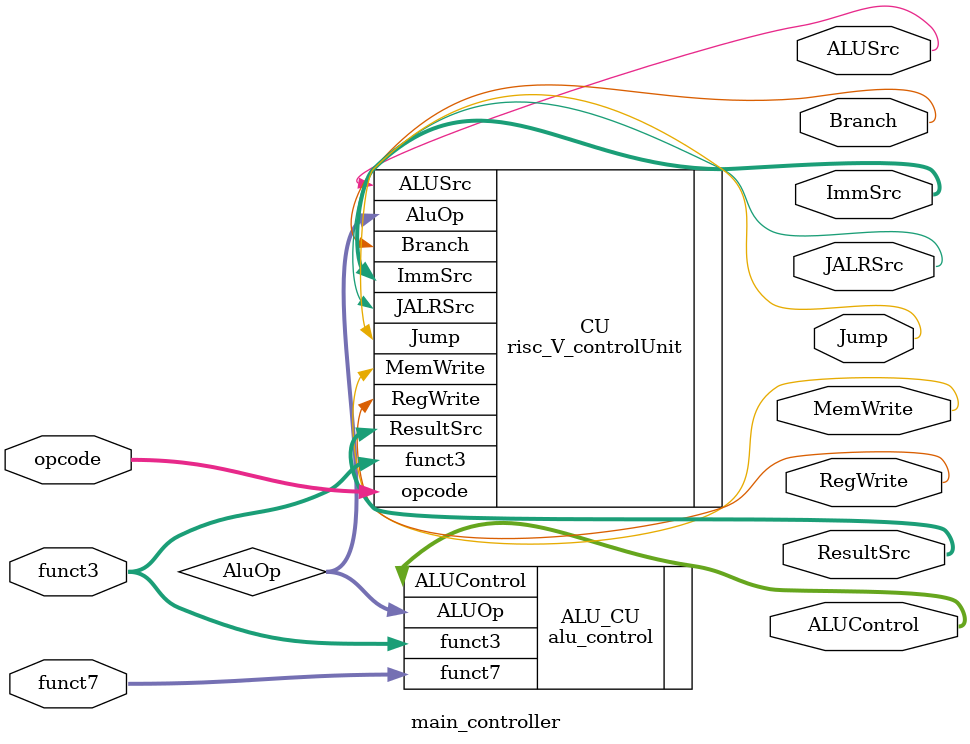
<source format=v>
`timescale 1ns/1ns

module main_controller(
    input wire [6:0] opcode,
    input wire [2:0] funct3,
    input wire [6:0] funct7,
    output wire Jump,
    output wire Branch,
    output wire JALRSrc,
    output wire [1:0] ResultSrc,
    output wire MemWrite,
    output wire [2:0] ALUControl,
    output wire ALUSrc,
    output wire [2:0] ImmSrc,
    output wire RegWrite
);

    wire [1:0] AluOp;

    risc_V_controlUnit CU (
        .opcode(opcode),
        .funct3(funct3),    
        .ResultSrc(ResultSrc),
        .MemWrite(MemWrite),
        .AluOp(AluOp),
        .ALUSrc(ALUSrc),
        .ImmSrc(ImmSrc),
        .RegWrite(RegWrite),
        .Branch(Branch),
        .Jump(Jump),
        .JALRSrc(JALRSrc)
    );

    alu_control ALU_CU (
        .ALUOp(AluOp),
        .funct3(funct3),
        .funct7(funct7),
        .ALUControl(ALUControl)
    );

endmodule

</source>
